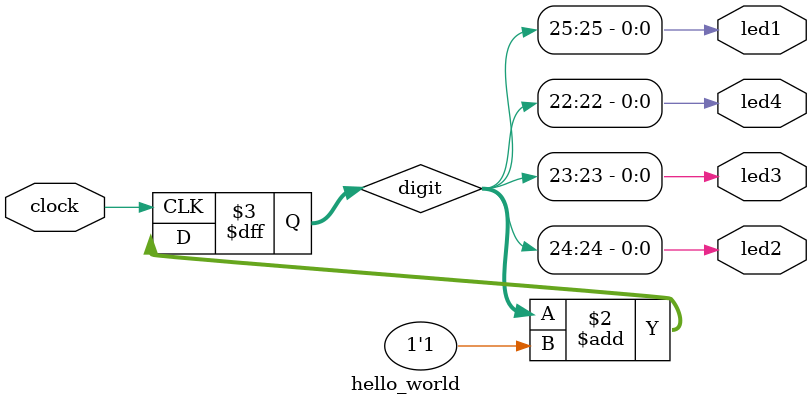
<source format=sv>
module hello_world(
	input logic clock,

	output logic led1,
	output logic led2,
	output logic led3,
	output logic led4
);

	logic [25:0] digit; // 26 bits: 2^26 = 67'108'864
	/* Clock 100 MHz */
	/* 1 / 100'000'000 = _|-| 10 ns */
	/* 10 ns * 67'108'864 =  ns */

	assign led1 = digit[25];
	assign led2 = digit[24];
	assign led3 = digit[23];
	assign led4 = digit[22];

	always_ff @(posedge clock) begin
		digit <= digit + 1'b1;
	end

endmodule

</source>
